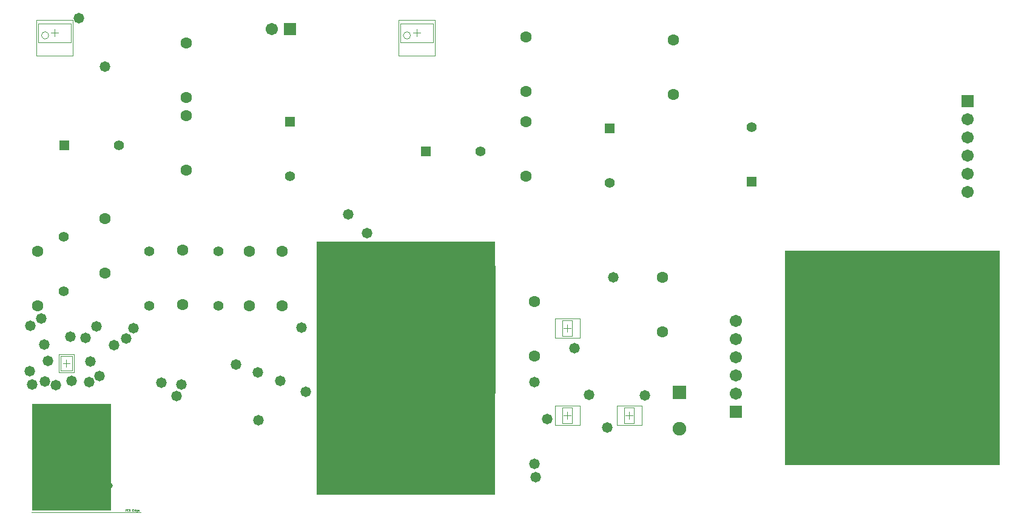
<source format=gbs>
G04 Layer_Color=16711935*
%FSLAX25Y25*%
%MOIN*%
G70*
G01*
G75*
%ADD22C,0.00394*%
%ADD23C,0.00118*%
%ADD24R,0.43307X0.59055*%
%ADD25R,1.18110X1.18110*%
%ADD26R,0.98425X1.39764*%
%ADD27C,0.00197*%
%ADD51C,0.06312*%
%ADD52C,0.05524*%
%ADD53R,0.05524X0.05524*%
%ADD54R,0.05524X0.05524*%
%ADD55C,0.06706*%
%ADD56R,0.06706X0.06706*%
%ADD57C,0.07493*%
%ADD58R,0.07493X0.07493*%
%ADD59R,0.06706X0.06706*%
%ADD60C,0.03162*%
%ADD61C,0.05800*%
D22*
X6778Y361D02*
X66766D01*
X249660Y130391D02*
G03*
X249660Y130391I-1969J0D01*
G01*
X215079Y262795D02*
G03*
X215079Y262795I-1969J0D01*
G01*
X16260Y262795D02*
G03*
X16260Y262795I-1969J0D01*
G01*
X332565Y49213D02*
Y57874D01*
X337880Y49213D02*
Y57874D01*
X332565D02*
X337880D01*
X332565Y49213D02*
X337880D01*
X298620D02*
Y57874D01*
X303935Y49213D02*
Y57874D01*
X298620D02*
X303935D01*
X298620Y49213D02*
X303935D01*
X298620Y97390D02*
Y106051D01*
X303935Y97390D02*
Y106051D01*
X298620D02*
X303935D01*
X298620Y97390D02*
X303935D01*
X244148Y67792D02*
X253518D01*
X244148Y133934D02*
X253518D01*
Y67792D02*
Y133934D01*
X244148Y67792D02*
Y133934D01*
X22913Y78425D02*
Y86142D01*
X29055Y78425D02*
Y86142D01*
X22913D02*
X29055D01*
X22913Y78425D02*
X29055D01*
X209370Y259055D02*
X227480D01*
X209370Y269291D02*
X227480D01*
X209370Y259055D02*
Y269291D01*
X227480Y259055D02*
Y269291D01*
X28661Y259055D02*
Y269291D01*
X10551Y259055D02*
Y269291D01*
X28661D01*
X10551Y259055D02*
X28661D01*
X333254Y53543D02*
X337191D01*
X335222Y51575D02*
Y55512D01*
X299309Y53543D02*
X303246D01*
X301277Y51575D02*
Y55512D01*
X299309Y101720D02*
X303246D01*
X301277Y99752D02*
Y103689D01*
X248833Y98895D02*
Y102832D01*
X246865Y100863D02*
X250802D01*
X24016Y82283D02*
X27953D01*
X25984Y80315D02*
Y84252D01*
X218425Y262205D02*
Y266142D01*
X216457Y264173D02*
X220394D01*
X17638D02*
X21575D01*
X19606Y262205D02*
Y266142D01*
D23*
X58366Y1061D02*
Y2045D01*
X58858D01*
X59022Y1881D01*
Y1553D01*
X58858Y1389D01*
X58366D01*
X60006Y1881D02*
X59842Y2045D01*
X59514D01*
X59350Y1881D01*
Y1225D01*
X59514Y1061D01*
X59842D01*
X60006Y1225D01*
X60334Y2045D02*
Y1061D01*
X60826D01*
X60990Y1225D01*
Y1389D01*
X60826Y1553D01*
X60334D01*
X60826D01*
X60990Y1717D01*
Y1881D01*
X60826Y2045D01*
X60334D01*
X62958D02*
X62302D01*
Y1061D01*
X62958D01*
X62302Y1553D02*
X62630D01*
X63942Y2045D02*
Y1061D01*
X63450D01*
X63286Y1225D01*
Y1553D01*
X63450Y1717D01*
X63942D01*
X64598Y733D02*
X64762D01*
X64926Y897D01*
Y1717D01*
X64434D01*
X64270Y1553D01*
Y1225D01*
X64434Y1061D01*
X64926D01*
X65746D02*
X65418D01*
X65254Y1225D01*
Y1553D01*
X65418Y1717D01*
X65746D01*
X65910Y1553D01*
Y1389D01*
X65254D01*
D24*
X28740Y30709D02*
D03*
D25*
X479921Y85433D02*
D03*
D26*
X212613Y79682D02*
D03*
D27*
X328431Y48228D02*
Y58858D01*
X342013Y48228D02*
Y58858D01*
X328431D02*
X342013D01*
X328431Y48228D02*
X342013D01*
X294486D02*
Y58858D01*
X308069Y48228D02*
Y58858D01*
X294486D02*
X308069D01*
X294486Y48228D02*
X308069D01*
X294486Y96406D02*
Y107035D01*
X308069Y96406D02*
Y107035D01*
X294486D02*
X308069D01*
X294486Y96406D02*
X308069D01*
X236038Y65824D02*
X261628D01*
X236038Y135902D02*
X261628D01*
Y65824D02*
Y135902D01*
X236038Y65824D02*
Y135902D01*
X21850Y77362D02*
Y87205D01*
X30118Y77362D02*
Y87205D01*
X21850D02*
X30118D01*
X21850Y77362D02*
X30118D01*
X208386Y251575D02*
X228465D01*
X208386Y271260D02*
X228465D01*
X208386Y251575D02*
Y271260D01*
X228465Y251575D02*
Y271260D01*
X29646Y251575D02*
Y271260D01*
X9567Y251575D02*
Y271260D01*
X29646D01*
X9567Y251575D02*
X29646D01*
D51*
X278347Y215394D02*
D03*
Y185394D02*
D03*
X278346Y261850D02*
D03*
Y231850D02*
D03*
X91732Y218543D02*
D03*
Y188543D02*
D03*
X91732Y258701D02*
D03*
Y228701D02*
D03*
X89900Y114500D02*
D03*
Y144500D02*
D03*
X47200Y131900D02*
D03*
Y161900D02*
D03*
X353379Y129567D02*
D03*
Y99567D02*
D03*
X359449Y230276D02*
D03*
Y260276D02*
D03*
X144600Y113800D02*
D03*
Y143800D02*
D03*
X126400Y113900D02*
D03*
Y143900D02*
D03*
X283254Y86181D02*
D03*
Y116181D02*
D03*
X10000Y114100D02*
D03*
Y144100D02*
D03*
D52*
X324410Y181457D02*
D03*
X253583Y198819D02*
D03*
X71500Y113800D02*
D03*
Y143800D02*
D03*
X54764Y202362D02*
D03*
X148819Y185394D02*
D03*
X109600Y113900D02*
D03*
Y143900D02*
D03*
X402362Y212244D02*
D03*
X24400Y122100D02*
D03*
Y152100D02*
D03*
D53*
X324410Y211457D02*
D03*
X148819Y215394D02*
D03*
X402362Y182244D02*
D03*
D54*
X223583Y198819D02*
D03*
X24764Y202362D02*
D03*
D55*
X138819Y266142D02*
D03*
X393883Y105512D02*
D03*
Y95512D02*
D03*
Y85512D02*
D03*
Y75512D02*
D03*
Y65512D02*
D03*
X521260Y176772D02*
D03*
Y186772D02*
D03*
Y196772D02*
D03*
Y206772D02*
D03*
Y216772D02*
D03*
D56*
X148819Y266142D02*
D03*
D57*
X362781Y46299D02*
D03*
D58*
Y66299D02*
D03*
D59*
X393883Y55512D02*
D03*
X521260Y226772D02*
D03*
D60*
X49862Y15061D02*
D03*
X18366Y14972D02*
D03*
D61*
X313200Y65000D02*
D03*
X343700Y64500D02*
D03*
X283000Y27100D02*
D03*
X283800Y19700D02*
D03*
X283254Y71846D02*
D03*
X323000Y46800D02*
D03*
X290000Y51500D02*
D03*
X131400Y50900D02*
D03*
X62800Y101700D02*
D03*
X47200Y245600D02*
D03*
X42400Y102500D02*
D03*
X86600Y64300D02*
D03*
X157600Y66600D02*
D03*
X143500Y72700D02*
D03*
X131100Y77200D02*
D03*
X119300Y81600D02*
D03*
X78200Y71500D02*
D03*
X89300Y70700D02*
D03*
X38400Y72000D02*
D03*
X28900Y72700D02*
D03*
X44000Y75200D02*
D03*
X52100Y92300D02*
D03*
X58900Y96000D02*
D03*
X39100Y83200D02*
D03*
X5800Y77800D02*
D03*
X13900Y92700D02*
D03*
X28300Y97000D02*
D03*
X6100Y102900D02*
D03*
X36600Y96300D02*
D03*
X12100Y106800D02*
D03*
X20300Y70300D02*
D03*
X14300Y72400D02*
D03*
X7100Y70700D02*
D03*
X305198Y90551D02*
D03*
X32677Y272441D02*
D03*
X326561Y129528D02*
D03*
X15800Y83700D02*
D03*
X180800Y164200D02*
D03*
X191200Y153800D02*
D03*
X155200Y102100D02*
D03*
M02*

</source>
